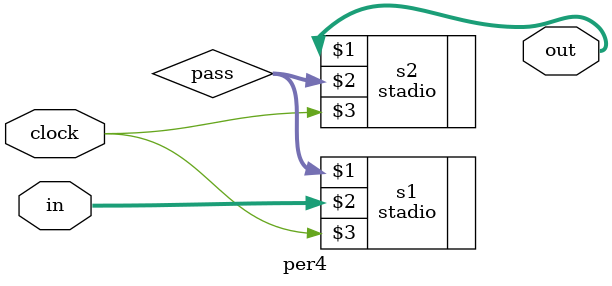
<source format=v>
module per4(output  [N-1:0]out, input [N-1:0]in, input clock);

   parameter N = 8;
   
   wire [N-1:0] pass;
   stadio s1(pass, in, clock);
   stadio s2(out, pass, clock);
	     
endmodule // per2

</source>
